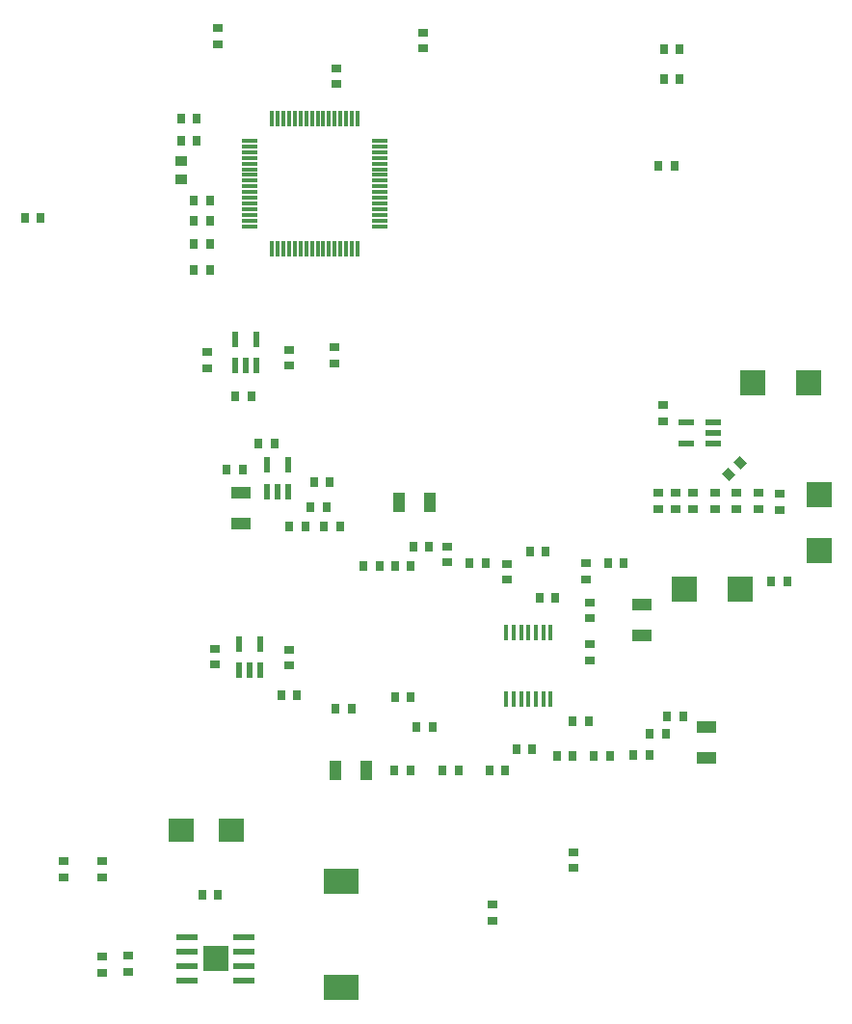
<source format=gtp>
G04*
G04 #@! TF.GenerationSoftware,Altium Limited,Altium Designer,18.1.9 (240)*
G04*
G04 Layer_Color=8421504*
%FSLAX25Y25*%
%MOIN*%
G70*
G01*
G75*
G04:AMPARAMS|DCode=15|XSize=35.43mil|YSize=31.5mil|CornerRadius=0mil|HoleSize=0mil|Usage=FLASHONLY|Rotation=135.000|XOffset=0mil|YOffset=0mil|HoleType=Round|Shape=Rectangle|*
%AMROTATEDRECTD15*
4,1,4,0.02366,-0.00139,0.00139,-0.02366,-0.02366,0.00139,-0.00139,0.02366,0.02366,-0.00139,0.0*
%
%ADD15ROTATEDRECTD15*%

%ADD16R,0.03150X0.03543*%
%ADD17R,0.03543X0.03150*%
%ADD18R,0.05807X0.01181*%
%ADD19R,0.01181X0.05807*%
%ADD20R,0.09055X0.09055*%
%ADD21R,0.09055X0.09055*%
%ADD22R,0.04331X0.06693*%
%ADD23R,0.06693X0.04331*%
%ADD24R,0.02200X0.05200*%
%ADD25R,0.03937X0.03543*%
%ADD26R,0.01772X0.05807*%
%ADD27R,0.05800X0.02200*%
%ADD28R,0.08858X0.08465*%
%ADD29R,0.12205X0.08661*%
%ADD30R,0.07800X0.02200*%
%ADD31R,0.09000X0.09000*%
D15*
X372587Y316419D02*
D03*
X376484Y320317D02*
D03*
D16*
X236638Y235419D02*
D03*
X242150D02*
D03*
X355800Y463500D02*
D03*
X350288D02*
D03*
X263560Y291584D02*
D03*
X269072D02*
D03*
X350853Y226864D02*
D03*
X345341D02*
D03*
X264693Y229199D02*
D03*
X270205D02*
D03*
X355800Y453000D02*
D03*
X350288D02*
D03*
X392866Y279482D02*
D03*
X387354D02*
D03*
X288624Y285829D02*
D03*
X283113D02*
D03*
X326109Y219213D02*
D03*
X331621D02*
D03*
X257146Y214198D02*
D03*
X262658D02*
D03*
X353930Y423000D02*
D03*
X348418D02*
D03*
X313268Y219213D02*
D03*
X318780D02*
D03*
X279205Y214198D02*
D03*
X273693D02*
D03*
X246394Y284699D02*
D03*
X251906D02*
D03*
X303918Y289669D02*
D03*
X309430D02*
D03*
X318693Y231013D02*
D03*
X324205D02*
D03*
X304705Y221576D02*
D03*
X299193D02*
D03*
X257193Y284699D02*
D03*
X262705D02*
D03*
X312776Y273903D02*
D03*
X307264D02*
D03*
X356882Y232883D02*
D03*
X351370D02*
D03*
X199043Y318200D02*
D03*
X204555D02*
D03*
X229163Y313800D02*
D03*
X234675D02*
D03*
X226154Y298500D02*
D03*
X220642D02*
D03*
X238209Y298500D02*
D03*
X232697D02*
D03*
X129244Y405000D02*
D03*
X134756D02*
D03*
X257194Y239328D02*
D03*
X262705D02*
D03*
X345205Y219410D02*
D03*
X339693D02*
D03*
X330937Y285809D02*
D03*
X336449D02*
D03*
X207617Y343500D02*
D03*
X202105D02*
D03*
X190500Y171000D02*
D03*
X196012D02*
D03*
X193256Y387000D02*
D03*
X187744D02*
D03*
X193256Y396000D02*
D03*
X187744D02*
D03*
X193256Y404000D02*
D03*
X187744D02*
D03*
X193256Y411000D02*
D03*
X187744D02*
D03*
X188756Y431764D02*
D03*
X183244D02*
D03*
X188756Y439500D02*
D03*
X183244D02*
D03*
X289857Y214199D02*
D03*
X295368D02*
D03*
X210104Y327129D02*
D03*
X215616D02*
D03*
X217886Y240000D02*
D03*
X223398D02*
D03*
X228000Y305013D02*
D03*
X233512D02*
D03*
D17*
X349949Y334800D02*
D03*
Y340312D02*
D03*
X323418Y280100D02*
D03*
Y285612D02*
D03*
X324796Y266672D02*
D03*
Y272183D02*
D03*
X295820Y280073D02*
D03*
Y285584D02*
D03*
X324796Y252234D02*
D03*
Y257746D02*
D03*
X318937Y180291D02*
D03*
Y185803D02*
D03*
X165000Y144441D02*
D03*
Y149953D02*
D03*
X237000Y456835D02*
D03*
Y451323D02*
D03*
X291000Y162244D02*
D03*
Y167756D02*
D03*
X236390Y360398D02*
D03*
Y354886D02*
D03*
X354449Y304443D02*
D03*
Y309955D02*
D03*
X348449Y304443D02*
D03*
Y309955D02*
D03*
X360449Y309954D02*
D03*
Y304443D02*
D03*
X367949Y309954D02*
D03*
Y304443D02*
D03*
X375449Y304443D02*
D03*
Y309955D02*
D03*
X275316Y291584D02*
D03*
Y286073D02*
D03*
X267000Y469194D02*
D03*
Y463682D02*
D03*
X382949Y304443D02*
D03*
Y309954D02*
D03*
X196012Y465100D02*
D03*
Y470612D02*
D03*
X390449Y304191D02*
D03*
Y309703D02*
D03*
X156000Y149756D02*
D03*
Y144244D02*
D03*
X192370Y353114D02*
D03*
Y358626D02*
D03*
X220500Y354000D02*
D03*
Y359512D02*
D03*
X142500Y177094D02*
D03*
Y182606D02*
D03*
X156000Y177094D02*
D03*
Y182606D02*
D03*
X195000Y256256D02*
D03*
Y250744D02*
D03*
X220500Y255847D02*
D03*
Y250335D02*
D03*
D18*
X252091Y431764D02*
D03*
Y429795D02*
D03*
Y427827D02*
D03*
Y425858D02*
D03*
Y423890D02*
D03*
Y421921D02*
D03*
Y419953D02*
D03*
Y417984D02*
D03*
Y416016D02*
D03*
Y414047D02*
D03*
Y412079D02*
D03*
Y410110D02*
D03*
Y408142D02*
D03*
Y406173D02*
D03*
Y404205D02*
D03*
Y402236D02*
D03*
X206909D02*
D03*
Y404205D02*
D03*
Y406173D02*
D03*
Y408142D02*
D03*
Y410110D02*
D03*
Y412079D02*
D03*
Y414047D02*
D03*
Y416016D02*
D03*
Y417984D02*
D03*
Y419953D02*
D03*
Y421921D02*
D03*
Y423890D02*
D03*
Y425858D02*
D03*
Y427827D02*
D03*
Y429795D02*
D03*
Y431764D02*
D03*
D19*
X244264Y394409D02*
D03*
X242295D02*
D03*
X240327D02*
D03*
X238358D02*
D03*
X236390D02*
D03*
X234421D02*
D03*
X232453D02*
D03*
X230484D02*
D03*
X228516D02*
D03*
X226547D02*
D03*
X224579D02*
D03*
X222610D02*
D03*
X220642D02*
D03*
X218673D02*
D03*
X216705D02*
D03*
X214736D02*
D03*
Y439591D02*
D03*
X216705D02*
D03*
X218673D02*
D03*
X220642D02*
D03*
X222610D02*
D03*
X224579D02*
D03*
X226547D02*
D03*
X228516D02*
D03*
X230484D02*
D03*
X232453D02*
D03*
X234421D02*
D03*
X236390D02*
D03*
X238358D02*
D03*
X240327D02*
D03*
X242295D02*
D03*
X244264D02*
D03*
D20*
X400292Y348000D02*
D03*
X381000D02*
D03*
X376646Y276835D02*
D03*
X357354D02*
D03*
D21*
X403949Y290053D02*
D03*
Y309345D02*
D03*
D22*
X236634Y214198D02*
D03*
X247264D02*
D03*
X258788Y306805D02*
D03*
X269418D02*
D03*
D23*
X342689Y271344D02*
D03*
Y260714D02*
D03*
X204000Y310151D02*
D03*
Y299521D02*
D03*
X364949Y229056D02*
D03*
Y218426D02*
D03*
D24*
X202000Y354000D02*
D03*
X205700D02*
D03*
X209400D02*
D03*
Y363200D02*
D03*
X202000D02*
D03*
X203300Y248656D02*
D03*
X207000D02*
D03*
X210700D02*
D03*
Y257856D02*
D03*
X203300D02*
D03*
X213005Y319600D02*
D03*
X220405D02*
D03*
Y310400D02*
D03*
X216705D02*
D03*
X213005D02*
D03*
D25*
X183339Y424650D02*
D03*
Y418350D02*
D03*
D26*
X295772Y261766D02*
D03*
X298331D02*
D03*
X300890D02*
D03*
X303449D02*
D03*
X306008D02*
D03*
X308567D02*
D03*
X311126D02*
D03*
Y238632D02*
D03*
X308567D02*
D03*
X306008D02*
D03*
X303449D02*
D03*
X300890D02*
D03*
X298331D02*
D03*
X295772D02*
D03*
D27*
X367315Y327129D02*
D03*
Y330829D02*
D03*
Y334529D02*
D03*
X357915D02*
D03*
Y327129D02*
D03*
D28*
X183339Y193500D02*
D03*
X200661D02*
D03*
D29*
X238500Y175807D02*
D03*
Y139193D02*
D03*
D30*
X185461Y156567D02*
D03*
Y151567D02*
D03*
Y146567D02*
D03*
Y141567D02*
D03*
X204861D02*
D03*
Y146567D02*
D03*
Y151567D02*
D03*
Y156567D02*
D03*
D31*
X195161Y149067D02*
D03*
M02*

</source>
